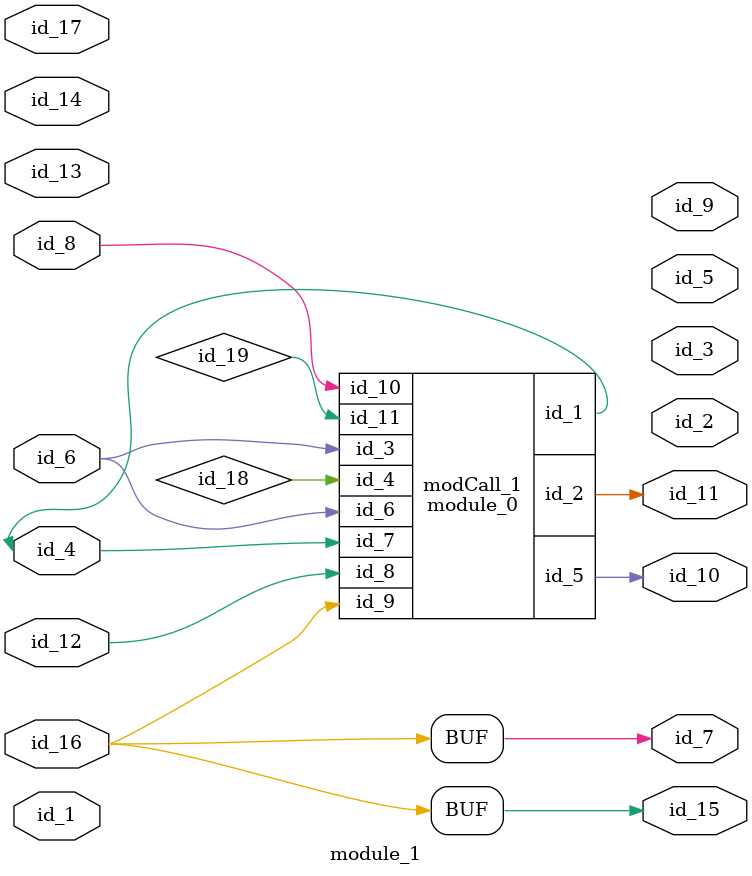
<source format=v>
module module_0 (
    id_1,
    id_2,
    id_3,
    id_4,
    id_5,
    id_6,
    id_7,
    id_8,
    id_9,
    id_10,
    id_11
);
  input wire id_11;
  input wire id_10;
  input wire id_9;
  input wire id_8;
  input wire id_7;
  input wire id_6;
  output wire id_5;
  input wire id_4;
  input wire id_3;
  output wire id_2;
  output wire id_1;
  assign id_2 = 1;
endmodule
module module_1 (
    id_1,
    id_2,
    id_3,
    id_4,
    id_5,
    id_6,
    id_7,
    id_8,
    id_9,
    id_10,
    id_11,
    id_12,
    id_13,
    id_14,
    id_15,
    id_16,
    id_17
);
  inout wire id_17;
  input wire id_16;
  output wire id_15;
  input wire id_14;
  input wire id_13;
  inout wire id_12;
  output wire id_11;
  output wire id_10;
  output wire id_9;
  input wire id_8;
  output wire id_7;
  input wire id_6;
  output wire id_5;
  inout wire id_4;
  output wire id_3;
  output wire id_2;
  inout wire id_1;
  assign id_7  = id_16;
  assign id_15 = id_16;
  if (-1) wire id_18;
  else wire id_19;
  module_0 modCall_1 (
      id_4,
      id_11,
      id_6,
      id_18,
      id_10,
      id_6,
      id_4,
      id_12,
      id_16,
      id_8,
      id_19
  );
endmodule

</source>
